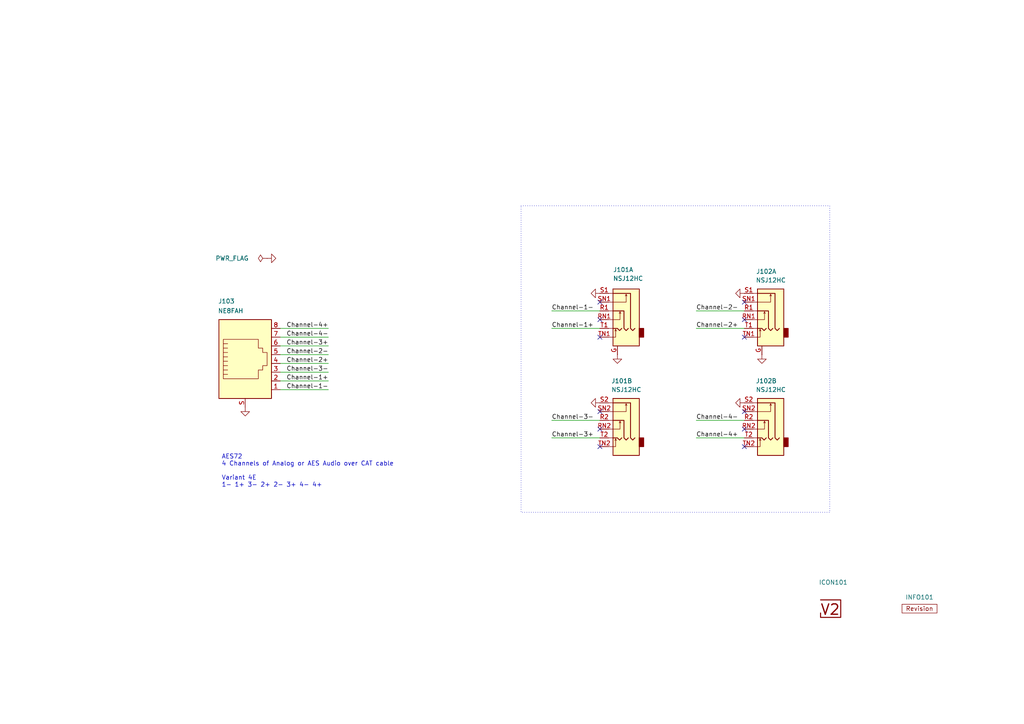
<source format=kicad_sch>
(kicad_sch (version 20250114) (generator "eeschema") (generator_version "9.0")
  (paper "A4")
  (title_block (title "V2 AES72-4E") (date "2026-02-10") (rev "2026-02-10") (company "Versio Duo") (comment 1 "Audio over CAT Cable Adapter"))
  (lib_symbols
    (symbol "V2_Artwork:V2-logo" (in_bom no)
      (property "Reference" "ICON" (at -3.302 3.81 0))
      (symbol "V2-logo_1_0"
        (polyline (pts (xy -3.302 2.54) (xy 2.54 2.54) (xy 2.54 -2.54) (xy -3.302 -2.54) (xy -3.302 -1.27)) (stroke (width 0.3)))
      )
      (symbol "V2-logo_1_1"
        (text "V2" (at -0.508 -0.254 0) (effects (font (size 3 3) (thickness 0.375))))
      )
    )
    (symbol "V2_Connector_Audio:NSJ12HC"
      (property "Reference" "J" (at 0 11.43 0))
      (property "Value" "NSJ12HC" (at 0 8.89 0))
      (symbol "NSJ12HC_0_1"
        (rectangle (start -6.35 -5.08) (end -7.62 -7.62) (stroke (width 0.254)) (fill (type outline)))
        (polyline (pts (xy -3.175 -5.08) (xy -2.54 -5.715) (xy -1.905 -5.08) (xy -1.905 0) (xy 1.27 0)) (stroke (width 0.254)))
        (polyline (pts (xy -2.54 4.826) (xy -2.286 4.318)))
        (polyline (pts (xy -1.27 -5.08) (xy -0.635 -5.715) (xy 0 -5.08) (xy 1.27 -5.08)) (stroke (width 0.254)))
        (polyline (pts (xy -0.762 -0.254) (xy -0.508 -0.762)))
        (polyline (pts (xy 0.508 -5.334) (xy 0.762 -5.842)))
        (rectangle (start 1.27 6.35) (end -6.35 -10.16) (stroke (width 0.254)) (fill (type background)))
        (polyline (pts (xy 1.27 5.08) (xy -3.81 5.08) (xy -3.81 -5.08) (xy -4.445 -5.715) (xy -5.08 -5.08)) (stroke (width 0.254)))
        (polyline (pts (xy 1.27 0) (xy 2.54 0)))
        (polyline (pts (xy 2.54 5.08) (xy 1.27 5.08)))
        (polyline (pts (xy 2.54 2.54) (xy -2.54 2.54) (xy -2.54 4.826) (xy -2.794 4.318)))
        (polyline (pts (xy 2.54 -2.54) (xy -0.762 -2.54) (xy -0.762 -0.254) (xy -1.016 -0.762)))
        (polyline (pts (xy 2.54 -5.08) (xy 1.27 -5.08)))
        (polyline (pts (xy 2.54 -7.62) (xy 0.508 -7.62) (xy 0.508 -5.334) (xy 0.254 -5.842)))
      )
      (symbol "NSJ12HC_1_1"
        (pin passive line (at 0 -12.7 90) (length 2.54) (name "~") (number "G"))
        (pin passive line (at 5.08 5.08 180) (length 2.54) (name "~") (number "S1"))
        (pin passive line (at 5.08 2.54 180) (length 2.54) (name "~") (number "SN1"))
        (pin passive line (at 5.08 0 180) (length 2.54) (name "~") (number "R1"))
        (pin passive line (at 5.08 -2.54 180) (length 2.54) (name "~") (number "RN1"))
        (pin passive line (at 5.08 -5.08 180) (length 2.54) (name "~") (number "T1"))
        (pin passive line (at 5.08 -7.62 180) (length 2.54) (name "~") (number "TN1"))
      )
      (symbol "NSJ12HC_2_1"
        (pin passive line (at 5.08 5.08 180) (length 2.54) (name "~") (number "S2"))
        (pin passive line (at 5.08 2.54 180) (length 2.54) (name "~") (number "SN2"))
        (pin passive line (at 5.08 0 180) (length 2.54) (name "~") (number "R2"))
        (pin passive line (at 5.08 -2.54 180) (length 2.54) (name "~") (number "RN2"))
        (pin passive line (at 5.08 -5.08 180) (length 2.54) (name "~") (number "T2"))
        (pin passive line (at 5.08 -7.62 180) (length 2.54) (name "~") (number "TN2"))
      )
    )
    (symbol "V2_Connector_EtherCon:NE8FAH" (pin_names (offset 1.016))
      (property "Reference" "J" (at -5.08 17.78 0))
      (property "Value" "NE8FAH" (at 2.54 13.97 0))
      (symbol "NE8FAH_0_1"
        (polyline (pts (xy -6.35 1.905) (xy -5.08 1.905) (xy -5.08 1.905)))
        (polyline (pts (xy -6.35 0.635) (xy -5.08 0.635) (xy -5.08 0.635)))
        (polyline (pts (xy -6.35 -0.635) (xy -5.08 -0.635) (xy -5.08 -0.635)))
        (polyline (pts (xy -6.35 -1.905) (xy -5.08 -1.905) (xy -5.08 -1.905)))
        (polyline (pts (xy -6.35 -3.175) (xy -5.08 -3.175) (xy -5.08 -3.175)))
        (polyline (pts (xy -6.35 -4.445) (xy -6.35 6.985) (xy 3.81 6.985) (xy 3.81 4.445) (xy 5.08 4.445) (xy 5.08 3.175) (xy 6.35 3.175) (xy 6.35 -0.635) (xy 5.08 -0.635) (xy 5.08 -1.905) (xy 3.81 -1.905) (xy 3.81 -4.445) (xy -6.35 -4.445) (xy -6.35 -4.445)))
        (polyline (pts (xy -5.08 5.715) (xy -6.35 5.715)))
        (polyline (pts (xy -5.08 4.445) (xy -6.35 4.445)))
        (polyline (pts (xy -5.08 3.175) (xy -6.35 3.175) (xy -6.35 3.175)))
        (rectangle (start 7.62 12.7) (end -7.62 -10.16) (stroke (width 0.254)) (fill (type background)))
      )
      (symbol "NE8FAH_1_1"
        (pin passive line (at 0 -12.7 90) (length 2.54) (name "") (number "S"))
        (pin passive line (at 10.16 10.16 180) (length 2.54) (name "~") (number "8"))
        (pin passive line (at 10.16 7.62 180) (length 2.54) (name "~") (number "7"))
        (pin passive line (at 10.16 5.08 180) (length 2.54) (name "~") (number "6"))
        (pin passive line (at 10.16 2.54 180) (length 2.54) (name "~") (number "5"))
        (pin passive line (at 10.16 0 180) (length 2.54) (name "~") (number "4"))
        (pin passive line (at 10.16 -2.54 180) (length 2.54) (name "~") (number "3"))
        (pin passive line (at 10.16 -5.08 180) (length 2.54) (name "~") (number "2"))
        (pin passive line (at 10.16 -7.62 180) (length 2.54) (name "~") (number "1"))
      )
    )
    (symbol "V2_Production:Revision" (in_bom no)
      (property "Reference" "INFO" (at 0 2.54 0))
      (symbol "Revision_0_1"
        (rectangle (start -5.08 1.27) (end 5.08 -1.27))
      )
      (symbol "Revision_1_1"
        (text "Revision" (at 0 0 0) (effects (font (size 1.27 1.27))))
      )
    )
    (symbol "V2_power:GND" (power) (pin_numbers (hide yes)) (pin_names (offset 0) (hide yes))
      (symbol "GND_0_1"
        (polyline (pts (xy 0 0) (xy 0 -1.27) (xy 1.27 -1.27) (xy 0 -2.54) (xy -1.27 -1.27) (xy 0 -1.27)))
      )
      (symbol "GND_1_1"
        (pin power_in line (at 0 0 270) (length 0) (name "~") (number "1"))
      )
    )
    (symbol "V2_power:PWR_FLAG" (power) (pin_numbers (hide yes)) (pin_names (offset 0) (hide yes))
      (property "Value" "PWR_FLAG" (at -8.89 0 0))
      (symbol "PWR_FLAG_0_0"
        (pin power_out line (at 0 0 180) (length 0) (name "~") (number "1"))
      )
      (symbol "PWR_FLAG_0_1"
        (polyline (pts (xy 0 0) (xy -1.27 0) (xy -1.905 -1.016) (xy -2.54 0) (xy -1.905 1.016) (xy -1.27 0)))
      )
    )
  )
  (rectangle (start 151.13 59.69) (end 240.665 148.59) (stroke (width 0) (type dot)))
  (text "AES72\n4 Channels of Analog or AES Audio over CAT cable\n\nVariant 4E\n1- 1+ 3- 2+ 2- 3+ 4- 4+" (at 64.262 136.652 0) (effects (font (size 1.27 1.27)) (justify left)))
  (no_connect (at 173.99 119.38))
  (no_connect (at 173.99 97.79))
  (no_connect (at 215.9 119.38))
  (no_connect (at 215.9 129.54))
  (no_connect (at 215.9 87.63))
  (no_connect (at 173.99 87.63))
  (no_connect (at 215.9 124.46))
  (no_connect (at 215.9 97.79))
  (no_connect (at 173.99 124.46))
  (no_connect (at 173.99 92.71))
  (no_connect (at 215.9 92.71))
  (no_connect (at 173.99 129.54))
  (wire (pts (xy 81.28 113.03) (xy 95.25 113.03)))
  (wire (pts (xy 81.28 97.79) (xy 95.25 97.79)))
  (wire (pts (xy 81.28 102.87) (xy 95.25 102.87)))
  (wire (pts (xy 81.28 95.25) (xy 95.25 95.25)))
  (wire (pts (xy 81.28 110.49) (xy 95.25 110.49)))
  (wire (pts (xy 160.02 127) (xy 173.99 127)))
  (wire (pts (xy 201.93 90.17) (xy 215.9 90.17)))
  (wire (pts (xy 160.02 90.17) (xy 173.99 90.17)))
  (wire (pts (xy 160.02 121.92) (xy 173.99 121.92)))
  (wire (pts (xy 160.02 95.25) (xy 173.99 95.25)))
  (wire (pts (xy 201.93 95.25) (xy 215.9 95.25)))
  (wire (pts (xy 201.93 121.92) (xy 215.9 121.92)))
  (wire (pts (xy 81.28 105.41) (xy 95.25 105.41)))
  (wire (pts (xy 81.28 107.95) (xy 95.25 107.95)))
  (wire (pts (xy 201.93 127) (xy 215.9 127)))
  (wire (pts (xy 81.28 100.33) (xy 95.25 100.33)))
  (label "Channel-2-" (at 201.93 90.17 0))
  (label "Channel-3+" (at 95.25 100.33 180))
  (label "Channel-2-" (at 95.25 102.87 180))
  (label "Channel-4-" (at 201.93 121.92 0))
  (label "Channel-1-" (at 95.25 113.03 180))
  (label "Channel-2+" (at 95.25 105.41 180))
  (label "Channel-4-" (at 95.25 97.79 180))
  (label "Channel-2+" (at 201.93 95.25 0))
  (label "Channel-1-" (at 160.02 90.17 0))
  (label "Channel-3-" (at 95.25 107.95 180))
  (label "Channel-3+" (at 160.02 127 0))
  (label "Channel-4+" (at 95.25 95.25 180))
  (label "Channel-4+" (at 201.93 127 0))
  (label "Channel-3-" (at 160.02 121.92 0))
  (label "Channel-1+" (at 95.25 110.49 180))
  (label "Channel-1+" (at 160.02 95.25 0))
  (symbol (lib_id "V2_power:GND") (at 215.9 116.84 270) (mirror x) (unit 1)
    (property "Reference" "#PWR0107" (effects (hide yes)))
    (property "Value" "GND" (effects (hide yes)))
  )
  (symbol (lib_id "V2_Connector_Audio:NSJ12HC") (at 179.07 121.92 0) (mirror y) (unit 2)
    (property "Reference" "J101" (at 180.34 110.49 0))
    (property "Value" "NSJ12HC" (at 181.6735 113.03 0))
    (property "Footprint" "V2_Connector_Audio:Jack_6.35mm_Neutrik_NSJ12HC_Horizontal" (effects (hide yes)))
    (property "Datasheet" "https://www.neutrik.com/en/product/nsj12hc" (effects (hide yes)))
    (property "Description" "Stacking Jacks, Stereo dual jack, full nose" (effects (hide yes)))
    (property "Mouser" "568-NSJ12HC" (effects (hide yes)))
    (property "Manufacturer" "Neutrik" (effects (hide yes)))
    (property "Product" "NSJ12HC" (effects (hide yes)))
  )
  (symbol (lib_id "V2_power:GND") (at 77.47 74.93 90) (unit 1)
    (property "Reference" "#PWR0101" (effects (hide yes)))
    (property "Value" "GND" (effects (hide yes)))
  )
  (symbol (lib_id "V2_power:GND") (at 220.98 102.87 0) (mirror y) (unit 1)
    (property "Reference" "#PWR0105" (effects (hide yes)))
    (property "Value" "GND" (effects (hide yes)))
  )
  (symbol (lib_id "V2_Connector_Audio:NSJ12HC") (at 179.07 90.17 0) (mirror y) (unit 1)
    (property "Reference" "J101" (at 177.8 78.232 0) (effects (justify right)))
    (property "Value" "NSJ12HC" (at 177.8 80.772 0) (effects (justify right)))
    (property "Footprint" "V2_Connector_Audio:Jack_6.35mm_Neutrik_NSJ12HC_Horizontal" (effects (hide yes)))
    (property "Datasheet" "https://www.neutrik.com/en/product/nsj12hc" (effects (hide yes)))
    (property "Description" "Stacking Jacks, Stereo dual jack, full nose" (effects (hide yes)))
    (property "Mouser" "568-NSJ12HC" (effects (hide yes)))
    (property "Manufacturer" "Neutrik" (effects (hide yes)))
    (property "Product" "NSJ12HC" (effects (hide yes)))
  )
  (symbol (lib_id "V2_Connector_Audio:NSJ12HC") (at 220.98 90.17 0) (mirror y) (unit 1)
    (property "Reference" "J102" (at 222.25 78.74 0))
    (property "Value" "NSJ12HC" (at 223.5835 81.28 0))
    (property "Footprint" "V2_Connector_Audio:Jack_6.35mm_Neutrik_NSJ12HC_Horizontal" (effects (hide yes)))
    (property "Datasheet" "https://www.neutrik.com/en/product/nsj12hc" (effects (hide yes)))
    (property "Description" "Stacking Jacks, Stereo dual jack, full nose" (effects (hide yes)))
    (property "Mouser" "568-NSJ12HC" (effects (hide yes)))
    (property "Manufacturer" "Neutrik" (effects (hide yes)))
    (property "Product" "NSJ12HC" (effects (hide yes)))
  )
  (symbol (lib_id "V2_Production:Revision") (at 266.7 176.53 0) (unit 1) (in_bom no)
    (property "Reference" "INFO101" (at 266.7 173.228 0))
    (property "Footprint" "V2_Production:Revision" (effects (hide yes)))
  )
  (symbol (lib_id "V2_power:GND") (at 179.07 102.87 0) (mirror y) (unit 1)
    (property "Reference" "#PWR0104" (effects (hide yes)))
    (property "Value" "GND" (effects (hide yes)))
  )
  (symbol (lib_id "V2_power:GND") (at 71.12 118.11 0) (mirror y) (unit 1)
    (property "Reference" "#PWR0108" (effects (hide yes)))
    (property "Value" "GND" (effects (hide yes)))
  )
  (symbol (lib_id "V2_power:GND") (at 215.9 85.09 270) (mirror x) (unit 1)
    (property "Reference" "#PWR0103" (effects (hide yes)))
    (property "Value" "GND" (effects (hide yes)))
  )
  (symbol (lib_id "V2_Connector_EtherCon:NE8FAH") (at 71.12 105.41 0) (unit 1)
    (property "Reference" "J103" (at 68.072 87.376 0) (effects (justify right)))
    (property "Value" "NE8FAH" (at 70.612 90.1699 0) (effects (justify right)))
    (property "Footprint" "V2_Connector_EtherCon:NE8FAH" (effects (hide yes)))
    (property "Mouser" "568-NE8FAH" (effects (hide yes)))
    (property "Manufacturer" "Neutrik" (effects (hide yes)))
    (property "Product" "NE8FAH" (effects (hide yes)))
  )
  (symbol (lib_id "V2_Connector_Audio:NSJ12HC") (at 220.98 121.92 0) (mirror y) (unit 2)
    (property "Reference" "J102" (at 222.25 110.49 0))
    (property "Value" "NSJ12HC" (at 223.5835 113.03 0))
    (property "Footprint" "V2_Connector_Audio:Jack_6.35mm_Neutrik_NSJ12HC_Horizontal" (effects (hide yes)))
    (property "Datasheet" "https://www.neutrik.com/en/product/nsj12hc" (effects (hide yes)))
    (property "Description" "Stacking Jacks, Stereo dual jack, full nose" (effects (hide yes)))
    (property "Mouser" "568-NSJ12HC" (effects (hide yes)))
    (property "Manufacturer" "Neutrik" (effects (hide yes)))
    (property "Product" "NSJ12HC" (effects (hide yes)))
  )
  (symbol (lib_id "V2_power:GND") (at 173.99 85.09 270) (mirror x) (unit 1)
    (property "Reference" "#PWR0102" (effects (hide yes)))
    (property "Value" "GND" (effects (hide yes)))
  )
  (symbol (lib_id "V2_power:PWR_FLAG") (at 77.47 74.93 0) (unit 1)
    (property "Reference" "#FLG0101" (effects (hide yes)))
    (property "Value" "PWR_FLAG" (at 67.31 74.93 0))
    (property "Description" "Special symbol for telling ERC where power comes from" (effects (hide yes)))
  )
  (symbol (lib_id "V2_power:GND") (at 173.99 116.84 270) (mirror x) (unit 1)
    (property "Reference" "#PWR0106" (effects (hide yes)))
    (property "Value" "GND" (effects (hide yes)))
  )
  (symbol (lib_id "V2_Artwork:V2-logo") (at 241.3 176.53 0) (unit 1) (in_bom no)
    (property "Reference" "ICON101" (at 237.49 168.91 0) (effects (justify left)))
    (property "Value" "V2-logo" (effects (hide yes)))
    (property "Footprint" "V2_Artwork:Logo_Small" (effects (hide yes)))
  )
)
</source>
